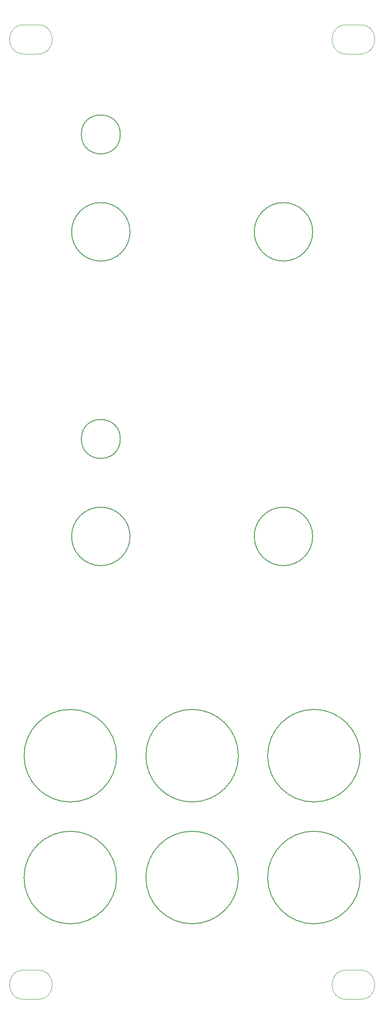
<source format=gbr>
G04 #@! TF.GenerationSoftware,KiCad,Pcbnew,6.0.5-a6ca702e91~116~ubuntu20.04.1*
G04 #@! TF.CreationDate,2022-05-11T11:31:37-04:00*
G04 #@! TF.ProjectId,kdlfo_panel,6b646c66-6f5f-4706-916e-656c2e6b6963,rev?*
G04 #@! TF.SameCoordinates,Original*
G04 #@! TF.FileFunction,Other,Comment*
%FSLAX46Y46*%
G04 Gerber Fmt 4.6, Leading zero omitted, Abs format (unit mm)*
G04 Created by KiCad (PCBNEW 6.0.5-a6ca702e91~116~ubuntu20.04.1) date 2022-05-11 11:31:37*
%MOMM*%
%LPD*%
G01*
G04 APERTURE LIST*
%ADD10C,0.120000*%
%ADD11C,0.150000*%
G04 APERTURE END LIST*
D10*
G04 #@! TO.C,H14*
X88100000Y-13600000D02*
X85300000Y-13600000D01*
X88100000Y-201600000D02*
X85300000Y-201600000D01*
X88100000Y-207600000D02*
X85300000Y-207600000D01*
X88100000Y-7600000D02*
X85300000Y-7600000D01*
X88100000Y-13600000D02*
G75*
G03*
X88100000Y-7600000I0J3000000D01*
G01*
X85300000Y-7600000D02*
G75*
G03*
X85300000Y-13600000I0J-3000000D01*
G01*
X88100000Y-207600000D02*
G75*
G03*
X88100000Y-201600000I0J3000000D01*
G01*
X85300000Y-201600000D02*
G75*
G03*
X85300000Y-207600000I0J-3000000D01*
G01*
D11*
G04 #@! TO.C,H3*
X40850000Y-50100000D02*
G75*
G03*
X40850000Y-50100000I-6000000J0D01*
G01*
G04 #@! TO.C,H1*
X38100000Y-157600000D02*
G75*
G03*
X38100000Y-157600000I-9500000J0D01*
G01*
D10*
G04 #@! TO.C,H13*
X19100000Y-13600000D02*
X21900000Y-13600000D01*
X19100000Y-7600000D02*
X21900000Y-7600000D01*
X19100000Y-201600000D02*
X21900000Y-201600000D01*
X19100000Y-207600000D02*
X21900000Y-207600000D01*
X21900000Y-207600000D02*
G75*
G03*
X21900000Y-201600000I0J3000000D01*
G01*
X19100000Y-201600000D02*
G75*
G03*
X19100000Y-207600000I0J-3000000D01*
G01*
X19100000Y-7600000D02*
G75*
G03*
X19100000Y-13600000I0J-3000000D01*
G01*
X21900000Y-13600000D02*
G75*
G03*
X21900000Y-7600000I0J3000000D01*
G01*
D11*
G04 #@! TO.C,H11*
X38850000Y-30100000D02*
G75*
G03*
X38850000Y-30100000I-4000000J0D01*
G01*
G04 #@! TO.C,H2*
X38100000Y-182600000D02*
G75*
G03*
X38100000Y-182600000I-9500000J0D01*
G01*
G04 #@! TO.C,H5*
X63100000Y-157600000D02*
G75*
G03*
X63100000Y-157600000I-9500000J0D01*
G01*
G04 #@! TO.C,H6*
X63100000Y-182600000D02*
G75*
G03*
X63100000Y-182600000I-9500000J0D01*
G01*
G04 #@! TO.C,H9*
X88100000Y-157600000D02*
G75*
G03*
X88100000Y-157600000I-9500000J0D01*
G01*
G04 #@! TO.C,H10*
X88100000Y-182600000D02*
G75*
G03*
X88100000Y-182600000I-9500000J0D01*
G01*
G04 #@! TO.C,H4*
X78350000Y-112600000D02*
G75*
G03*
X78350000Y-112600000I-6000000J0D01*
G01*
G04 #@! TO.C,H8*
X78350000Y-50100000D02*
G75*
G03*
X78350000Y-50100000I-6000000J0D01*
G01*
G04 #@! TO.C,H12*
X38850000Y-92600000D02*
G75*
G03*
X38850000Y-92600000I-4000000J0D01*
G01*
G04 #@! TO.C,H7*
X40850000Y-112600000D02*
G75*
G03*
X40850000Y-112600000I-6000000J0D01*
G01*
G04 #@! TD*
M02*

</source>
